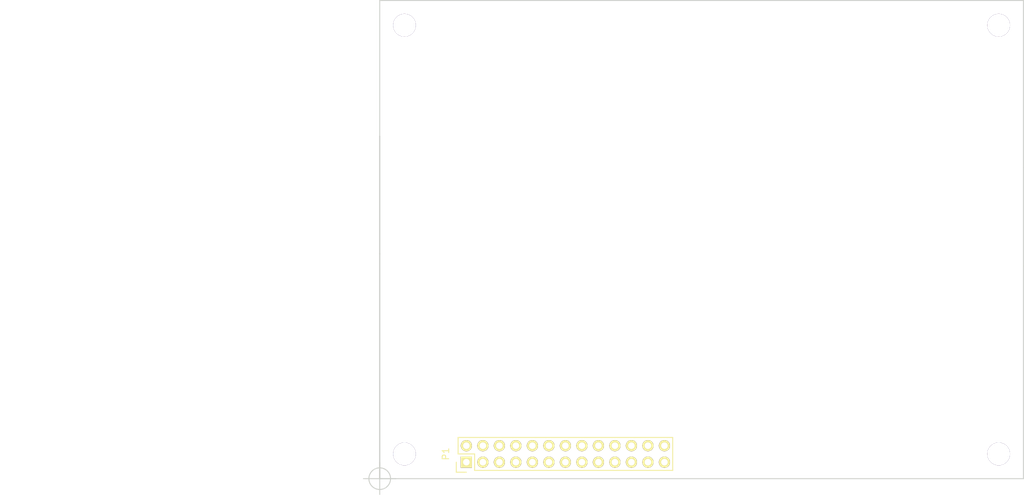
<source format=kicad_pcb>
(kicad_pcb (version 20221018) (generator pcbnew)
  (layers (0 "F.Cu" signal) (31 "B.Cu" signal) (34 "B.Paste" user) (35 "F.Paste" user) (36 "B.SilkS" user "B.Silkscreen") (37 "F.SilkS" user "F.Silkscreen") (38 "B.Mask" user) (39 "F.Mask" user) (44 "Edge.Cuts" user))
  (net 0 "")
  (net 1 "GND")
  (net 2 "+5V")
  (net 3 "+3V3")
  (net 4 "GPIO_SPI_CS#")
  (net 5 "GPIO_UART1_TXD")
  (net 6 "GPIO_SPI_MISO")
  (net 7 "GPIO_UART1_RXD")
  (net 8 "GPIO_SPI_MOSI")
  (net 9 "GPIO_UART1_CTS")
  (net 10 "GPIO_SPI_CLK")
  (net 11 "GPIO_UART1_RTS")
  (net 12 "GPIO_I2C_SCL")
  (net 13 "GPIO_I2S_CLK")
  (net 14 "GPIO_I2C_SDA")
  (net 15 "GPIO_I2S_FRM")
  (net 16 "GPIO_UART2_TXD")
  (net 17 "GPIO_I2S_DO")
  (net 18 "GPIO_UART2_RXD")
  (net 19 "GPIO_I2S_DI")
  (net 20 "GPIO_S5_0")
  (net 21 "GPIO_PWM0")
  (net 22 "GPIO_S5_1")
  (net 23 "GPIO_PWM1")
  (net 24 "GPIO_S5_2")
  (net 25 "I2SMCLK_GPIO")
  (footprint "Pin_Headers:Pin_Header_Straight_2x13" (layer "F.Cu") (at 109.855 142.24 90)
    (fp_text reference "P1" (at 1.27 -3.175 90) (layer "F.SilkS"))
    (fp_text value "CONN_02X13" hide)
    (fp_line (start -1.55 -1.55) (end -1.55 0) (stroke (width 0.15)) (layer "F.SilkS"))
    (fp_line (start -1.27 1.27) (end -1.27 31.75) (stroke (width 0.15)) (layer "F.SilkS"))
    (fp_line (start 0 -1.55) (end -1.55 -1.55) (stroke (width 0.15)) (layer "F.SilkS"))
    (fp_line (start 1.27 -1.27) (end 1.27 1.27) (stroke (width 0.15)) (layer "F.SilkS"))
    (fp_line (start 1.27 1.27) (end -1.27 1.27) (stroke (width 0.15)) (layer "F.SilkS"))
    (fp_line (start 3.81 -1.27) (end 1.27 -1.27) (stroke (width 0.15)) (layer "F.SilkS"))
    (fp_line (start 3.81 -1.27) (end 3.81 31.75) (stroke (width 0.15)) (layer "F.SilkS"))
    (fp_line (start 3.81 31.75) (end -1.27 31.75) (stroke (width 0.15)) (layer "F.SilkS"))
    (pad "1" thru_hole rect locked (at 0 0 90) (size 1.7272 1.7272) (drill 1.016) (layers "*.Cu" "*.Mask" "F.SilkS") (net 1 "GND"))
    (pad "2" thru_hole oval locked (at 2.54 0 90) (size 1.7272 1.7272) (drill 1.016) (layers "*.Cu" "*.Mask" "F.SilkS") (net 1 "GND"))
    (pad "3" thru_hole oval locked (at 0 2.54 90) (size 1.7272 1.7272) (drill 1.016) (layers "*.Cu" "*.Mask" "F.SilkS") (net 2 "+5V"))
    (pad "4" thru_hole oval locked (at 2.54 2.54 90) (size 1.7272 1.7272) (drill 1.016) (layers "*.Cu" "*.Mask" "F.SilkS") (net 3 "+3V3"))
    (pad "5" thru_hole oval locked (at 0 5.08 90) (size 1.7272 1.7272) (drill 1.016) (layers "*.Cu" "*.Mask" "F.SilkS") (net 4 "GPIO_SPI_CS#"))
    (pad "6" thru_hole oval locked (at 2.54 5.08 90) (size 1.7272 1.7272) (drill 1.016) (layers "*.Cu" "*.Mask" "F.SilkS") (net 5 "GPIO_UART1_TXD"))
    (pad "7" thru_hole oval locked (at 0 7.62 90) (size 1.7272 1.7272) (drill 1.016) (layers "*.Cu" "*.Mask" "F.SilkS") (net 6 "GPIO_SPI_MISO"))
    (pad "8" thru_hole oval locked (at 2.54 7.62 90) (size 1.7272 1.7272) (drill 1.016) (layers "*.Cu" "*.Mask" "F.SilkS") (net 7 "GPIO_UART1_RXD"))
    (pad "9" thru_hole oval locked (at 0 10.16 90) (size 1.7272 1.7272) (drill 1.016) (layers "*.Cu" "*.Mask" "F.SilkS") (net 8 "GPIO_SPI_MOSI"))
    (pad "10" thru_hole oval locked (at 2.54 10.16 90) (size 1.7272 1.7272) (drill 1.016) (layers "*.Cu" "*.Mask" "F.SilkS") (net 9 "GPIO_UART1_CTS"))
    (pad "11" thru_hole oval locked (at 0 12.7 90) (size 1.7272 1.7272) (drill 1.016) (layers "*.Cu" "*.Mask" "F.SilkS") (net 10 "GPIO_SPI_CLK"))
    (pad "12" thru_hole oval locked (at 2.54 12.7 90) (size 1.7272 1.7272) (drill 1.016) (layers "*.Cu" "*.Mask" "F.SilkS") (net 11 "GPIO_UART1_RTS"))
    (pad "13" thru_hole oval locked (at 0 15.24 90) (size 1.7272 1.7272) (drill 1.016) (layers "*.Cu" "*.Mask" "F.SilkS") (net 12 "GPIO_I2C_SCL"))
    (pad "14" thru_hole oval locked (at 2.54 15.24 90) (size 1.7272 1.7272) (drill 1.016) (layers "*.Cu" "*.Mask" "F.SilkS") (net 13 "GPIO_I2S_CLK"))
    (pad "15" thru_hole oval locked (at 0 17.78 90) (size 1.7272 1.7272) (drill 1.016) (layers "*.Cu" "*.Mask" "F.SilkS") (net 14 "GPIO_I2C_SDA"))
    (pad "16" thru_hole oval locked (at 2.54 17.78 90) (size 1.7272 1.7272) (drill 1.016) (layers "*.Cu" "*.Mask" "F.SilkS") (net 15 "GPIO_I2S_FRM"))
    (pad "17" thru_hole oval locked (at 0 20.32 90) (size 1.7272 1.7272) (drill 1.016) (layers "*.Cu" "*.Mask" "F.SilkS") (net 16 "GPIO_UART2_TXD"))
    (pad "18" thru_hole oval locked (at 2.54 20.32 90) (size 1.7272 1.7272) (drill 1.016) (layers "*.Cu" "*.Mask" "F.SilkS") (net 17 "GPIO_I2S_DO"))
    (pad "19" thru_hole oval locked (at 0 22.86 90) (size 1.7272 1.7272) (drill 1.016) (layers "*.Cu" "*.Mask" "F.SilkS") (net 18 "GPIO_UART2_RXD"))
    (pad "20" thru_hole oval locked (at 2.54 22.86 90) (size 1.7272 1.7272) (drill 1.016) (layers "*.Cu" "*.Mask" "F.SilkS") (net 19 "GPIO_I2S_DI"))
    (pad "21" thru_hole oval locked (at 0 25.4 90) (size 1.7272 1.7272) (drill 1.016) (layers "*.Cu" "*.Mask" "F.SilkS") (net 20 "GPIO_S5_0"))
    (pad "22" thru_hole oval locked (at 2.54 25.4 90) (size 1.7272 1.7272) (drill 1.016) (layers "*.Cu" "*.Mask" "F.SilkS") (net 21 "GPIO_PWM0"))
    (pad "23" thru_hole oval locked (at 0 27.94 90) (size 1.7272 1.7272) (drill 1.016) (layers "*.Cu" "*.Mask" "F.SilkS") (net 22 "GPIO_S5_1"))
    (pad "24" thru_hole oval locked (at 2.54 27.94 90) (size 1.7272 1.7272) (drill 1.016) (layers "*.Cu" "*.Mask" "F.SilkS") (net 23 "GPIO_PWM1"))
    (pad "25" thru_hole oval locked (at 0 30.48 90) (size 1.7272 1.7272) (drill 1.016) (layers "*.Cu" "*.Mask" "F.SilkS") (net 24 "GPIO_S5_2"))
    (pad "26" thru_hole oval locked (at 2.54 30.48 90) (size 1.7272 1.7272) (drill 1.016) (layers "*.Cu" "*.Mask" "F.SilkS") (net 25 "I2SMCLK_GPIO"))
  )
  (footprint "Mounting_Holes:MountingHole_3-5mm" (layer "F.Cu") (at 191.77 140.97)
    (fp_text reference "MK2" hide)
    (fp_text value "Mounting_Hole" hide)
    (pad "" thru_hole circle locked (at 0 0) (size 3.5 3.5) (drill 3.5) (layers))
  )
  (footprint "Mounting_Holes:MountingHole_3-5mm" (layer "F.Cu") (at 100.33 140.97)
    (fp_text reference "MK1" hide)
    (fp_text value "Mounting_Hole" hide)
    (pad "" thru_hole circle locked (at 0 0) (size 3.5 3.5) (drill 3.5) (layers))
  )
  (footprint "Mounting_Holes:MountingHole_3-5mm" (layer "F.Cu") (at 100.33 74.93)
    (fp_text reference "MK4" hide)
    (fp_text value "Mounting_Hole" hide)
    (pad "" thru_hole circle locked (at 0 0) (size 3.5 3.5) (drill 3.5) (layers))
  )
  (footprint "Mounting_Holes:MountingHole_3-5mm" (layer "F.Cu") (at 191.77 74.93)
    (fp_text reference "MK3" hide)
    (fp_text value "Mounting_Hole" hide)
    (pad "" thru_hole circle locked (at 0 0) (size 3.5 3.5) (drill 3.5) (layers))
  )
  (gr_line (start 195.58 96.83) (end 195.58 71.12) (stroke (width 0.15)) (layer "Edge.Cuts"))
  (gr_line (start 195.58 71.12) (end 96.52 71.12) (stroke (width 0.15)) (layer "Edge.Cuts"))
  (gr_line (start 96.52 110.15) (end 96.52 144.78) (stroke (width 0.2)) (layer "Edge.Cuts"))
  (gr_line (start 96.52 144.78) (end 195.58 144.78) (stroke (width 0.15)) (layer "Edge.Cuts"))
  (gr_line (start 96.52 110.15) (end 96.52 92.05) (stroke (width 0.2)) (layer "Edge.Cuts"))
  (gr_line (start 195.58 144.78) (end 195.58 112.02) (stroke (width 0.15)) (layer "Edge.Cuts"))
  (gr_line (start 195.58 96.83) (end 195.58 112.02) (stroke (width 0.15)) (layer "Edge.Cuts"))
  (gr_line (start 96.52 71.12) (end 96.52 92.05) (stroke (width 0.15)) (layer "Edge.Cuts"))
  (target plus (at 96.52 144.78) (size 5) (width 0.15) (layer "Edge.Cuts"))
)
</source>
